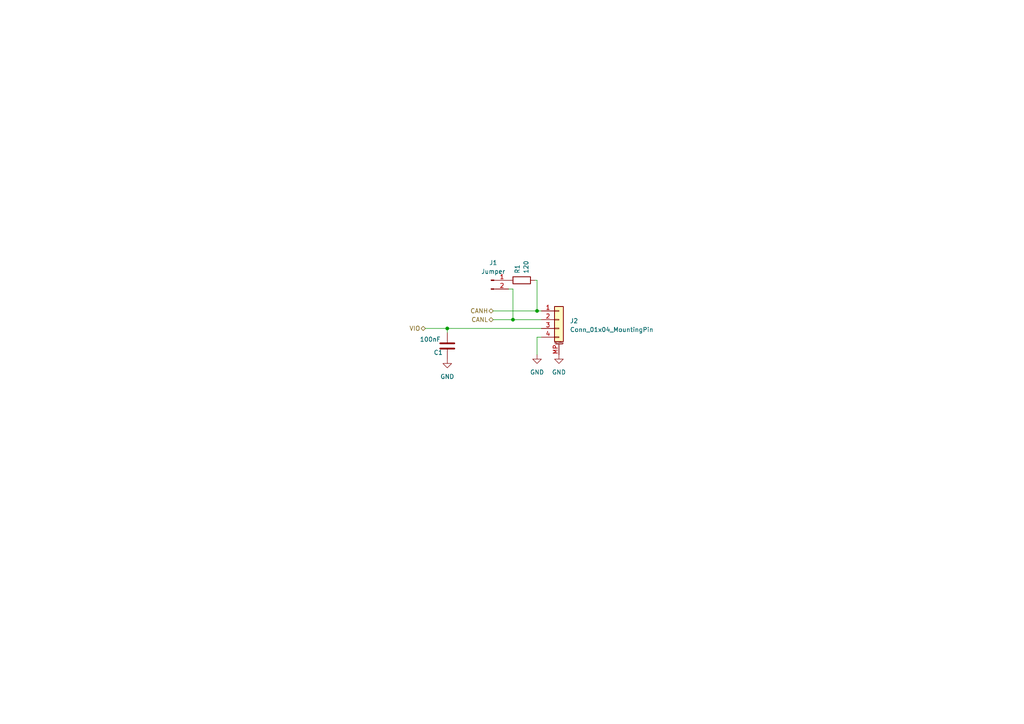
<source format=kicad_sch>
(kicad_sch (version 20231120) (generator "eeschema") (generator_version "8.0")
  (paper "A4")
  (lib_symbols
    (symbol "Connector:Conn_01x02_Pin" (pin_names (offset 1.016) hide)
      (property "Reference" "J" (at 0 2.54 0))
      (property "Value" "Conn_01x02_Pin" (at 0 -5.08 0))
      (symbol "Conn_01x02_Pin_1_1"
        (polyline (pts (xy 1.27 -2.54) (xy 0.8636 -2.54)) (stroke (width 0.1524)))
        (polyline (pts (xy 1.27 0) (xy 0.8636 0)) (stroke (width 0.1524)))
        (rectangle (start 0.8636 -2.413) (end 0 -2.667) (stroke (width 0.1524)) (fill (type outline)))
        (rectangle (start 0.8636 0.127) (end 0 -0.127) (stroke (width 0.1524)) (fill (type outline)))
        (pin passive line (at 5.08 0 180) (length 3.81) (name "Pin_1") (number "1"))
        (pin passive line (at 5.08 -2.54 180) (length 3.81) (name "Pin_2") (number "2"))
      )
    )
    (symbol "Connector_Generic_MountingPin:Conn_01x04_MountingPin" (pin_names (offset 1.016) hide)
      (property "Reference" "J" (at 0 5.08 0))
      (property "Value" "Conn_01x04_MountingPin" (at 1.27 -7.62 0))
      (symbol "Conn_01x04_MountingPin_1_1"
        (rectangle (start -1.27 -4.953) (end 0 -5.207) (stroke (width 0.1524)))
        (rectangle (start -1.27 -2.413) (end 0 -2.667) (stroke (width 0.1524)))
        (rectangle (start -1.27 0.127) (end 0 -0.127) (stroke (width 0.1524)))
        (rectangle (start -1.27 2.667) (end 0 2.413) (stroke (width 0.1524)))
        (rectangle (start -1.27 3.81) (end 1.27 -6.35) (stroke (width 0.254)) (fill (type background)))
        (polyline (pts (xy -1.016 -7.112) (xy 1.016 -7.112)) (stroke (width 0.1524)))
        (text "Mounting" (at 0 -6.731 0) (effects (font (size 0.381 0.381))))
        (pin passive line (at -5.08 2.54 0) (length 3.81) (name "Pin_1") (number "1"))
        (pin passive line (at -5.08 0 0) (length 3.81) (name "Pin_2") (number "2"))
        (pin passive line (at -5.08 -2.54 0) (length 3.81) (name "Pin_3") (number "3"))
        (pin passive line (at -5.08 -5.08 0) (length 3.81) (name "Pin_4") (number "4"))
        (pin passive line (at 0 -10.16 90) (length 3.048) (name "MountPin") (number "MP"))
      )
    )
    (symbol "Device:C" (pin_numbers hide) (pin_names (offset 0.254))
      (property "Reference" "C" (at 0.635 2.54 0))
      (property "Value" "C" (at 0.635 -2.54 0))
      (symbol "C_0_1"
        (polyline (pts (xy -2.032 -0.762) (xy 2.032 -0.762)) (stroke (width 0.508)))
        (polyline (pts (xy -2.032 0.762) (xy 2.032 0.762)) (stroke (width 0.508)))
      )
      (symbol "C_1_1"
        (pin passive line (at 0 3.81 270) (length 2.794) (name "~") (number "1"))
        (pin passive line (at 0 -3.81 90) (length 2.794) (name "~") (number "2"))
      )
    )
    (symbol "Device:R" (pin_numbers hide) (pin_names (offset 0))
      (property "Reference" "R" (at 2.032 0 90))
      (property "Value" "R" (at 0 0 90))
      (symbol "R_0_1"
        (rectangle (start -1.016 -2.54) (end 1.016 2.54) (stroke (width 0.254)))
      )
      (symbol "R_1_1"
        (pin passive line (at 0 3.81 270) (length 1.27) (name "~") (number "1"))
        (pin passive line (at 0 -3.81 90) (length 1.27) (name "~") (number "2"))
      )
    )
    (symbol "power:GND" (power) (pin_names (offset 0))
      (property "Value" "GND" (at 0 -3.81 0))
      (symbol "GND_0_1"
        (polyline (pts (xy 0 0) (xy 0 -1.27) (xy 1.27 -1.27) (xy 0 -2.54) (xy -1.27 -1.27) (xy 0 -1.27)))
      )
      (symbol "GND_1_1"
        (pin power_in line (at 0 0 270) (length 0) hide (name "GND") (number "1"))
      )
    )
  )
  (junction (at 155.7641 90.1824))
  (junction (at 148.7791 92.7224))
  (junction (at 129.7291 95.2624))
  (wire (pts (xy 143.0641 92.7224) (xy 148.7791 92.7224)))
  (wire (pts (xy 147.5091 83.8324) (xy 148.7791 83.8324)))
  (wire (pts (xy 155.7641 97.8024) (xy 155.7641 102.8824)))
  (wire (pts (xy 155.7641 81.2924) (xy 155.7641 90.1824)))
  (wire (pts (xy 129.7291 95.2624) (xy 129.7291 96.5324)))
  (wire (pts (xy 155.7641 90.1824) (xy 157.0341 90.1824)))
  (wire (pts (xy 148.7791 83.8324) (xy 148.7791 92.7224)))
  (wire (pts (xy 129.7291 95.2624) (xy 157.0341 95.2624)))
  (wire (pts (xy 157.0341 97.8024) (xy 155.7641 97.8024)))
  (wire (pts (xy 155.1291 81.2924) (xy 155.7641 81.2924)))
  (wire (pts (xy 148.7791 92.7224) (xy 157.0341 92.7224)))
  (wire (pts (xy 143.0641 90.1824) (xy 155.7641 90.1824)))
  (wire (pts (xy 123.3791 95.2624) (xy 129.7291 95.2624)))
  (hierarchical_label "CANH" (shape bidirectional) (at 143.0641 90.1824 180))
  (hierarchical_label "CANL" (shape bidirectional) (at 143.0641 92.7224 180))
  (hierarchical_label "VIO" (shape bidirectional) (at 123.3791 95.2624 180))
  (symbol (lib_id "Device:R") (at 151.3191 81.2924 90) (unit 1)
    (property "Reference" "R1" (at 150.0491 79.3874 0) (effects (justify left)))
    (property "Value" "120" (at 152.5891 79.3874 0) (effects (justify left)))
    (property "Footprint" "Resistor_SMD:R_0402_1005Metric" (effects (hide yes)))
    (property "LCSC" "C25079" (effects (hide yes)))
  )
  (symbol (lib_id "Connector_Generic_MountingPin:Conn_01x04_MountingPin") (at 162.1141 92.7224 0) (unit 1)
    (property "Reference" "J2" (at 165.2891 93.078 0) (effects (justify left)))
    (property "Value" "Conn_01x04_MountingPin" (at 165.2891 95.618 0) (effects (justify left)))
    (property "Footprint" "WOBCLibrary:Grove_4P_L_SMD" (effects (hide yes)))
  )
  (symbol (lib_id "power:GND") (at 129.7291 104.1524 0) (unit 1)
    (property "Reference" "#PWR01" (effects (hide yes)))
    (property "Value" "GND" (at 129.7291 109.2324 0))
  )
  (symbol (lib_id "Connector:Conn_01x02_Pin") (at 142.4291 81.2924 0) (unit 1)
    (property "Reference" "J1" (at 143.0641 76.2124 0))
    (property "Value" "Jumper" (at 143.0641 78.7524 0))
    (property "Footprint" "Connector_PinHeader_1.27mm:PinHeader_1x02_P1.27mm_Vertical" (effects (hide yes)))
  )
  (symbol (lib_id "power:GND") (at 162.1141 102.8824 0) (unit 1)
    (property "Reference" "#PWR03" (effects (hide yes)))
    (property "Value" "GND" (at 162.1141 107.9624 0))
  )
  (symbol (lib_id "power:GND") (at 155.7641 102.8824 0) (unit 1)
    (property "Reference" "#PWR02" (effects (hide yes)))
    (property "Value" "GND" (at 155.7641 107.9624 0))
  )
  (symbol (lib_id "Device:C") (at 129.7291 100.3424 180) (unit 1)
    (property "Reference" "C1" (at 128.4591 102.2474 0) (effects (justify left)))
    (property "Value" "100nF" (at 127.8241 98.4374 0) (effects (justify left)))
    (property "Footprint" "Capacitor_SMD:C_0402_1005Metric" (effects (hide yes)))
    (property "LCSC" "C1525" (effects (hide yes)))
  )
)
</source>
